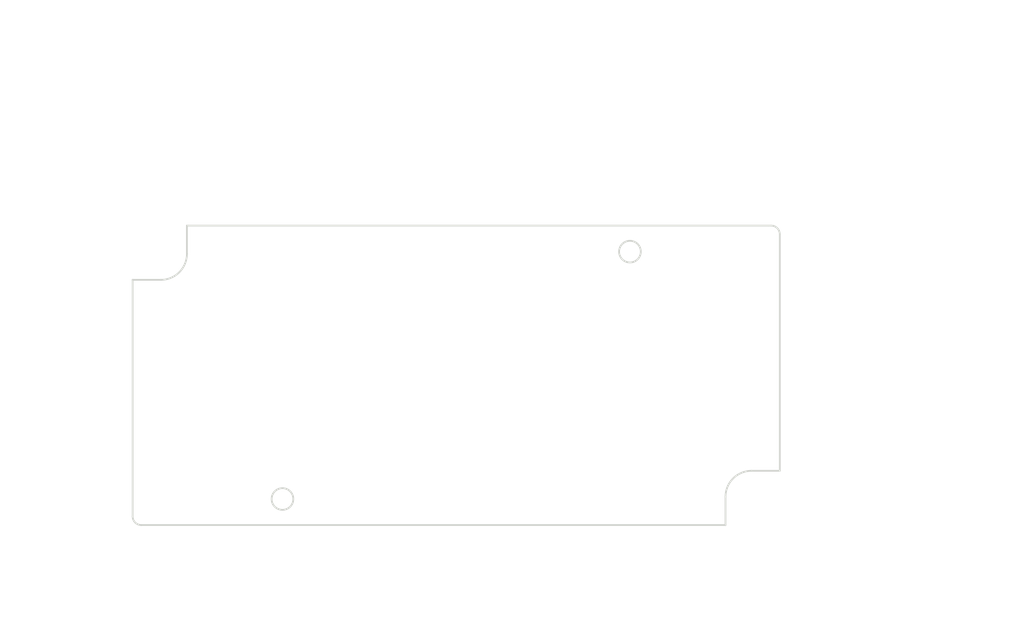
<source format=kicad_pcb>
(kicad_pcb (version 20221018) (generator pcbnew)

  (general
    (thickness 1.6)
  )

  (paper "A4")
  (layers
    (0 "F.Cu" signal)
    (31 "B.Cu" signal)
    (32 "B.Adhes" user "B.Adhesive")
    (33 "F.Adhes" user "F.Adhesive")
    (34 "B.Paste" user)
    (35 "F.Paste" user)
    (36 "B.SilkS" user "B.Silkscreen")
    (37 "F.SilkS" user "F.Silkscreen")
    (38 "B.Mask" user)
    (39 "F.Mask" user)
    (40 "Dwgs.User" user "User.Drawings")
    (41 "Cmts.User" user "User.Comments")
    (42 "Eco1.User" user "User.Eco1")
    (43 "Eco2.User" user "User.Eco2")
    (44 "Edge.Cuts" user)
    (45 "Margin" user)
    (46 "B.CrtYd" user "B.Courtyard")
    (47 "F.CrtYd" user "F.Courtyard")
    (48 "B.Fab" user)
    (49 "F.Fab" user)
  )

  (setup
    (pad_to_mask_clearance 0.051)
    (solder_mask_min_width 0.25)
    (pcbplotparams
      (layerselection 0x00010fc_ffffffff)
      (plot_on_all_layers_selection 0x0000000_00000000)
      (disableapertmacros false)
      (usegerberextensions false)
      (usegerberattributes false)
      (usegerberadvancedattributes false)
      (creategerberjobfile false)
      (dashed_line_dash_ratio 12.000000)
      (dashed_line_gap_ratio 3.000000)
      (svgprecision 4)
      (plotframeref false)
      (viasonmask false)
      (mode 1)
      (useauxorigin false)
      (hpglpennumber 1)
      (hpglpenspeed 20)
      (hpglpendiameter 15.000000)
      (dxfpolygonmode true)
      (dxfimperialunits true)
      (dxfusepcbnewfont true)
      (psnegative false)
      (psa4output false)
      (plotreference true)
      (plotvalue true)
      (plotinvisibletext false)
      (sketchpadsonfab false)
      (subtractmaskfromsilk false)
      (outputformat 1)
      (mirror false)
      (drillshape 1)
      (scaleselection 1)
      (outputdirectory "")
    )
  )

  (net 0 "")

  (gr_line (start 183.152012 84.642606) (end 183.152012 58.751379)
    (stroke (width 0.2) (type solid)) (layer "Dwgs.User") (tstamp 01311dc3-c9e7-4bd1-8988-a4f53d4a506a))
  (gr_line (start 102.355669 123.211473) (end 104.355669 123.211473)
    (stroke (width 0.2) (type solid)) (layer "Dwgs.User") (tstamp 0214ec67-136f-469b-9b20-6ef73f3bba8c))
  (gr_line (start 167.902012 80.030986) (end 170.598124 80.030986)
    (stroke (width 0.2) (type solid)) (layer "Dwgs.User") (tstamp 02246e32-4494-4f88-a932-2fbf717186b4))
  (gr_line (start 165.902012 88.642606) (end 165.902012 131.043566)
    (stroke (width 0.2) (type solid)) (layer "Dwgs.User") (tstamp 06672ef6-b325-4eae-a3d0-f62e0e94b4e3))
  (gr_line (start 164.902012 87.642606) (end 94.727012 87.642606)
    (stroke (width 0.2) (type solid)) (layer "Dwgs.User") (tstamp 0ee28315-4e69-4f37-8753-c49ebc1e415d))
  (gr_line (start 108.652012 89.892606) (end 108.652012 58.751379)
    (stroke (width 0.2) (type solid)) (layer "Dwgs.User") (tstamp 2acb8561-1df9-4002-90b4-d75ba3b01061))
  (gr_line (start 207.248876 117.142606) (end 207.248876 106.067682)
    (stroke (width 0.2) (type solid)) (layer "Dwgs.User") (tstamp 347481f5-f608-4557-87d4-011553840400))
  (gr_line (start 163.902012 127.868566) (end 151.509231 127.868566)
    (stroke (width 0.2) (type solid)) (layer "Dwgs.User") (tstamp 36ec9a79-8fd8-45c3-9daa-fde9e387fda9))
  (gr_line (start 183.152012 84.642606) (end 201.829546 84.642606)
    (stroke (width 0.2) (type solid)) (layer "Dwgs.User") (tstamp 376ee08f-0ef0-4a18-80e5-7521e051f77c))
  (gr_line (start 207.248876 86.642606) (end 207.248876 98.951651)
    (stroke (width 0.2) (type solid)) (layer "Dwgs.User") (tstamp 38059aff-ec78-429c-8439-1dec72a81f7d))
  (gr_line (start 124.902012 116.142606) (end 94.727012 116.142606)
    (stroke (width 0.2) (type solid)) (layer "Dwgs.User") (tstamp 408e0af2-a835-4c8e-a15a-7d38994cfefb))
  (gr_line (start 198.654546 86.642606) (end 198.654546 92.460171)
    (stroke (width 0.2) (type solid)) (layer "Dwgs.User") (tstamp 40dfb5d5-6b18-457b-bbc0-34303717dd58))
  (gr_line (start 125.902012 117.142606) (end 125.902012 131.043566)
    (stroke (width 0.2) (type solid)) (layer "Dwgs.User") (tstamp 4b53c6f2-d5b9-4d93-9b48-7117220446df))
  (gr_line (start 165.902012 86.642606) (end 165.902012 76.855986)
    (stroke (width 0.2) (type solid)) (layer "Dwgs.User") (tstamp 4b668353-8ce4-4ef3-b18d-5acdab46a8cb))
  (gr_line (start 183.074935 82.642606) (end 183.074935 76.670274)
    (stroke (width 0.2) (type solid)) (layer "Dwgs.User") (tstamp 5330ce29-f4af-4dad-b593-f330f32b8005))
  (gr_line (start 177.902012 119.142606) (end 210.423876 119.142606)
    (stroke (width 0.2) (type solid)) (layer "Dwgs.User") (tstamp 5469a855-f292-436b-84e6-433af466a30b))
  (gr_line (start 198.654546 110.892606) (end 198.654546 99.575041)
    (stroke (width 0.2) (type solid)) (layer "Dwgs.User") (tstamp 607f594c-b95e-461b-a6c0-af2bcb2c9ec0))
  (gr_line (start 114.902012 83.642606) (end 114.902012 65.467606)
    (stroke (width 0.2) (type solid)) (layer "Dwgs.User") (tstamp 653ad97b-8aa7-48e0-956a-40f027bac0e0))
  (gr_line (start 127.902012 127.868566) (end 143.420009 127.868566)
    (stroke (width 0.2) (type solid)) (layer "Dwgs.User") (tstamp 6745447b-f438-4090-bd18-67b35a716629))
  (gr_line (start 110.652012 61.926379) (end 156.857401 61.926379)
    (stroke (width 0.2) (type solid)) (layer "Dwgs.User") (tstamp 67a565d7-4d61-4089-8597-b1bd499d8efc))
  (gr_line (start 97.902012 89.642606) (end 97.902012 95.835171)
    (stroke (width 0.2) (type solid)) (layer "Dwgs.User") (tstamp 72df0047-06fb-41ed-be42-b00029401651))
  (gr_line (start 104.355669 123.211473) (end 107.484659 120.216872)
    (stroke (width 0.2) (type solid)) (layer "Dwgs.User") (tstamp 787e9830-9db3-4f82-af65-40aeec5fab81))
  (gr_line (start 119.550396 92.027308) (end 117.550396 92.027308)
    (stroke (width 0.2) (type solid)) (layer "Dwgs.User") (tstamp 78a4ebb4-4f95-4a01-8832-3138a876205c))
  (gr_line (start 181.152012 80.030986) (end 178.7059 80.030986)
    (stroke (width 0.2) (type solid)) (layer "Dwgs.User") (tstamp 8124ab1e-fa01-4774-91e9-27d0e0b5c97e))
  (gr_line (start 181.152012 68.642606) (end 138.0809 68.642606)
    (stroke (width 0.2) (type solid)) (layer "Dwgs.User") (tstamp 832290e5-5653-4764-a4e9-67ecff46b87b))
  (gr_line (start 97.902012 114.142606) (end 97.902012 102.950041)
    (stroke (width 0.2) (type solid)) (layer "Dwgs.User") (tstamp 93e9d372-6727-4320-99d4-bcffa121681c))
  (gr_line (start 184.152012 112.892606) (end 201.829546 112.892606)
    (stroke (width 0.2) (type solid)) (layer "Dwgs.User") (tstamp 9795a8b8-c044-4a10-a7f7-9066cea4086f))
  (gr_line (start 183.152012 84.642606) (end 186.249935 84.642606)
    (stroke (width 0.2) (type solid)) (layer "Dwgs.User") (tstamp a2af814e-3485-4a72-a86d-17762c0c0fdb))
  (gr_line (start 183.152012 84.642606) (end 183.152012 76.855986)
    (stroke (width 0.2) (type solid)) (layer "Dwgs.User") (tstamp a588945f-c74c-4e15-809f-495515a33794))
  (gr_line (start 183.152012 84.642606) (end 210.423876 84.642606)
    (stroke (width 0.2) (type solid)) (layer "Dwgs.User") (tstamp a7fe049e-cd5c-478c-83f6-b56226c844ce))
  (gr_line (start 117.550396 92.027308) (end 115.936572 90.845964)
    (stroke (width 0.2) (type solid)) (layer "Dwgs.User") (tstamp adbf5d3a-dd6f-4112-8962-28da0d8f2a28))
  (gr_line (start 116.902012 68.642606) (end 129.973124 68.642606)
    (stroke (width 0.2) (type solid)) (layer "Dwgs.User") (tstamp f141049b-d532-49da-afe4-ced0a1ed27d2))
  (gr_line (start 181.152012 61.926379) (end 164.946623 61.926379)
    (stroke (width 0.2) (type solid)) (layer "Dwgs.User") (tstamp f1becba6-4d54-40ba-ad8f-8a557c2be355))
  (gr_line (start 183.074935 76.670274) (end 185.074935 76.670274)
    (stroke (width 0.2) (type solid)) (layer "Dwgs.User") (tstamp f758ff88-92ba-4447-9eb3-efef7ac74b78))
  (gr_line (start 183.152012 84.642606) (end 183.152012 65.467606)
    (stroke (width 0.2) (type solid)) (layer "Dwgs.User") (tstamp f75e2f2a-03d7-4e88-b503-80406fcb0f63))
  (gr_line (start 166.902012 87.642606) (end 186.249935 87.642606)
    (stroke (width 0.2) (type solid)) (layer "Dwgs.User") (tstamp f896a498-b4d7-4c1e-bfc4-683abc5cd6c2))
  (gr_arc (start 176.902012 115.892606) (mid 177.780692 113.771286) (end 179.902012 112.892606)
    (stroke (width 0.2) (type solid)) (layer "Edge.Cuts") (tstamp 0e11f65f-2cf7-49aa-8cf4-e68d08cc46c7))
  (gr_line (start 176.902012 115.892606) (end 176.902012 119.142606)
    (stroke (width 0.2) (type solid)) (layer "Edge.Cuts") (tstamp 19550ace-4e7c-4b79-8411-fbb647d6b81f))
  (gr_line (start 176.902012 119.142606) (end 109.652012 119.142606)
    (stroke (width 0.2) (type solid)) (layer "Edge.Cuts") (tstamp 20060fca-369a-4830-9484-dab456fd3fa7))
  (gr_circle (center 165.902012 87.642606) (end 167.152012 87.642606)
    (stroke (width 0.2) (type solid)) (fill none) (layer "Edge.Cuts") (tstamp 26059fdf-30c8-4adb-88b8-2204549b5cb5))
  (gr_arc (start 182.152012 84.642606) (mid 182.859119 84.935499) (end 183.152012 85.642606)
    (stroke (width 0.2) (type solid)) (layer "Edge.Cuts") (tstamp 4a4483e1-66a4-4711-a836-2b1de962fbc7))
  (gr_line (start 108.652012 118.142606) (end 108.652012 90.892606)
    (stroke (width 0.2) (type solid)) (layer "Edge.Cuts") (tstamp 67a4c688-1d01-4094-be42-cba5875d5331))
  (gr_circle (center 125.902012 116.142606) (end 127.152012 116.142606)
    (stroke (width 0.2) (type solid)) (fill none) (layer "Edge.Cuts") (tstamp 7804fb67-0a27-41bb-9ffe-1f3ec3eed6a8))
  (gr_arc (start 114.902012 87.892606) (mid 114.023332 90.013926) (end 111.902012 90.892606)
    (stroke (width 0.2) (type solid)) (layer "Edge.Cuts") (tstamp 8fc58fed-7404-47a1-bf5a-b99ec5041017))
  (gr_line (start 114.902012 87.892606) (end 114.902012 84.642606)
    (stroke (width 0.2) (type solid)) (layer "Edge.Cuts") (tstamp 95551c99-33bf-4e9f-9981-ea372ac9ce11))
  (gr_line (start 108.652012 90.892606) (end 111.902012 90.892606)
    (stroke (width 0.2) (type solid)) (layer "Edge.Cuts") (tstamp aae78f49-7e75-4928-a76f-89ae0c716d71))
  (gr_line (start 114.902012 84.642606) (end 182.152012 84.642606)
    (stroke (width 0.2) (type solid)) (layer "Edge.Cuts") (tstamp c6ae2901-ab03-4dac-b273-63bf3d462c24))
  (gr_arc (start 109.652012 119.142606) (mid 108.944905 118.849713) (end 108.652012 118.142606)
    (stroke (width 0.2) (type solid)) (layer "Edge.Cuts") (tstamp ded7357f-592c-4247-bac2-80670e96c764))
  (gr_line (start 183.152012 85.642606) (end 183.152012 112.892606)
    (stroke (width 0.2) (type solid)) (layer "Edge.Cuts") (tstamp e14b8850-e65c-4f06-be64-5439c8703e29))
  (gr_line (start 183.152012 112.892606) (end 179.902012 112.892606)
    (stroke (width 0.2) (type solid)) (layer "Edge.Cuts") (tstamp f6ca3634-17c8-44ea-9569-7415955a2096))
  (gr_text " R1.00" (at 97.884898 121.543499) (layer "Dwgs.User") (tstamp 0647a21d-5aa4-49e8-9e03-997add03fa13)
    (effects (font (size 1.7 1.53) (thickness 0.2125)))
  )
  (gr_text " 74.50" (at 160.902012 60.258405) (layer "Dwgs.User") (tstamp 0b8b8fb2-d5c1-48b4-82b8-c641de119bb1)
    (effects (font (size 1.7 1.53) (thickness 0.2125)))
  )
  (gr_text " 68.25" (at 134.027012 66.974632) (layer "Dwgs.User") (tstamp 1732cbb3-eaeb-4c64-a0a2-74cd84efac9d)
    (effects (font (size 1.7 1.53) (thickness 0.2125)))
  )
  (gr_text "[1.11]" (at 198.654546 97.907067) (layer "Dwgs.User") (tstamp 41e2a4ed-33f0-4ffa-b2df-c1813ae0efa7)
    (effects (font (size 1.7 1.53) (thickness 0.2125)))
  )
  (gr_text " 34.50" (at 207.248876 100.841113) (layer "Dwgs.User") (tstamp 54cf8eb6-74ef-4e60-a388-320fbf363024)
    (effects (font (size 1.7 1.53) (thickness 0.2125)))
  )
  (gr_text " R3.00" (at 124.021167 90.358754) (layer "Dwgs.User") (tstamp 5a107b4d-3b9d-4f61-8548-dda9794dc420)
    (effects (font (size 1.7 1.53) (thickness 0.2125)))
  )
  (gr_text " 3.00" (at 188.459144 75.00172) (layer "Dwgs.User") (tstamp 6ef7bd17-0c5b-405c-8834-a1f465c45f5e)
    (effects (font (size 1.7 1.53) (thickness 0.2125)))
  )
  (gr_text "[R0.04]" (at 97.884898 125.100934) (layer "Dwgs.User") (tstamp 7395ee28-533d-44b0-adc1-b259876722a5)
    (effects (font (size 1.7 1.53) (thickness 0.2125)))
  )
  (gr_text "[R0.12]" (at 124.021167 93.916769) (layer "Dwgs.User") (tstamp 780d0acd-607a-402b-952f-0364ab641aad)
    (effects (font (size 1.7 1.53) (thickness 0.2125)))
  )
  (gr_text "[2.93]" (at 160.902012 63.81584) (layer "Dwgs.User") (tstamp 9322600b-f4a2-4473-a6c4-ea07eaebb6d6)
    (effects (font (size 1.7 1.53) (thickness 0.2125)))
  )
  (gr_text "[1.36]" (at 207.248876 104.399128) (layer "Dwgs.User") (tstamp 970576b2-950b-4e7f-87d5-c8d26c220458)
    (effects (font (size 1.7 1.53) (thickness 0.2125)))
  )
  (gr_text " 28.50" (at 97.902012 97.724632) (layer "Dwgs.User") (tstamp a911ccba-e6af-4b9d-96f9-91f3016dc814)
    (effects (font (size 1.7 1.53) (thickness 0.2125)))
  )
  (gr_text " 17.25" (at 174.652012 78.363012) (layer "Dwgs.User") (tstamp a9aaec46-bf4c-449d-ae5b-d254fa9a73e3)
    (effects (font (size 1.7 1.53) (thickness 0.2125)))
  )
  (gr_text "[2.69]" (at 134.027012 70.532067) (layer "Dwgs.User") (tstamp ad5cc30d-6d93-4fb1-9cfb-090e04706be0)
    (effects (font (size 1.7 1.53) (thickness 0.2125)))
  )
  (gr_text "[.68]" (at 174.652012 81.920448) (layer "Dwgs.User") (tstamp b080f189-82fa-46f2-86bb-ee9a56450f19)
    (effects (font (size 1.7 1.53) (thickness 0.2125)))
  )
  (gr_text "[1.57]" (at 147.46462 129.758027) (layer "Dwgs.User") (tstamp b5dd424c-a0f1-46cb-8b22-d7b141fe1d2e)
    (effects (font (size 1.7 1.53) (thickness 0.2125)))
  )
  (gr_text "[.12]" (at 188.459144 78.559735) (layer "Dwgs.User") (tstamp d90067be-b768-42b3-9dd8-0286c286a7aa)
    (effects (font (size 1.7 1.53) (thickness 0.2125)))
  )
  (gr_text "[1.12]" (at 97.902012 101.282067) (layer "Dwgs.User") (tstamp ddc191d2-6c86-4f4c-952b-9c2f97edbfe9)
    (effects (font (size 1.7 1.53) (thickness 0.2125)))
  )
  (gr_text " 40.00" (at 147.46462 126.200592) (layer "Dwgs.User") (tstamp ea7dcfd2-a01d-450d-81a0-9d76beba75dd)
    (effects (font (size 1.7 1.53) (thickness 0.2125)))
  )
  (gr_text " 28.25" (at 198.654546 94.349632) (layer "Dwgs.User") (tstamp f53a2a5e-9b7e-40b7-bb84-e9b891cadcf5)
    (effects (font (size 1.7 1.53) (thickness 0.2125)))
  )

)

</source>
